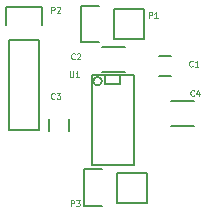
<source format=gbr>
G04 #@! TF.FileFunction,Legend,Top*
%FSLAX46Y46*%
G04 Gerber Fmt 4.6, Leading zero omitted, Abs format (unit mm)*
G04 Created by KiCad (PCBNEW 0.201506122246+5743~23~ubuntu14.10.1-product) date Sat 13 Jun 2015 11:54:28 PM EDT*
%MOMM*%
G01*
G04 APERTURE LIST*
%ADD10C,0.100000*%
%ADD11C,0.150000*%
%ADD12R,1.000000X1.250000*%
%ADD13R,1.000000X1.600000*%
%ADD14R,1.250000X1.000000*%
%ADD15R,2.032000X2.032000*%
%ADD16O,2.032000X2.032000*%
%ADD17R,2.032000X1.727200*%
%ADD18O,2.032000X1.727200*%
%ADD19R,1.270000X0.406400*%
G04 APERTURE END LIST*
D10*
D11*
X169156000Y-115329600D02*
X168156000Y-115329600D01*
X168156000Y-117029600D02*
X169156000Y-117029600D01*
X163274500Y-116658500D02*
X165274500Y-116658500D01*
X165274500Y-114608500D02*
X163274500Y-114608500D01*
X160552500Y-121658000D02*
X160552500Y-120658000D01*
X158852500Y-120658000D02*
X158852500Y-121658000D01*
X171116500Y-119180500D02*
X169116500Y-119180500D01*
X169116500Y-121230500D02*
X171116500Y-121230500D01*
X164338000Y-111353600D02*
X166878000Y-111353600D01*
X161518000Y-111073600D02*
X163068000Y-111073600D01*
X164338000Y-111353600D02*
X164338000Y-113893600D01*
X163068000Y-114173600D02*
X161518000Y-114173600D01*
X161518000Y-114173600D02*
X161518000Y-111073600D01*
X164338000Y-113893600D02*
X166878000Y-113893600D01*
X166878000Y-113893600D02*
X166878000Y-111353600D01*
X155448000Y-113982500D02*
X155448000Y-121602500D01*
X157988000Y-113982500D02*
X157988000Y-121602500D01*
X158268000Y-111162500D02*
X158268000Y-112712500D01*
X155448000Y-121602500D02*
X157988000Y-121602500D01*
X157988000Y-113982500D02*
X155448000Y-113982500D01*
X155168000Y-112712500D02*
X155168000Y-111162500D01*
X155168000Y-111162500D02*
X158268000Y-111162500D01*
X164592000Y-125222000D02*
X167132000Y-125222000D01*
X161772000Y-124942000D02*
X163322000Y-124942000D01*
X164592000Y-125222000D02*
X164592000Y-127762000D01*
X163322000Y-128042000D02*
X161772000Y-128042000D01*
X161772000Y-128042000D02*
X161772000Y-124942000D01*
X164592000Y-127762000D02*
X167132000Y-127762000D01*
X167132000Y-127762000D02*
X167132000Y-125222000D01*
X165989000Y-124587000D02*
X165989000Y-116967000D01*
X162433000Y-116967000D02*
X162433000Y-124587000D01*
X165989000Y-124587000D02*
X162433000Y-124587000D01*
X162433000Y-116967000D02*
X165989000Y-116967000D01*
X163300210Y-117475000D02*
G75*
G03X163300210Y-117475000I-359210J0D01*
G01*
X164846000Y-116967000D02*
X164846000Y-117729000D01*
X164846000Y-117729000D02*
X163576000Y-117729000D01*
X163576000Y-117729000D02*
X163576000Y-116967000D01*
D10*
X170985667Y-116193071D02*
X170961857Y-116216881D01*
X170890429Y-116240690D01*
X170842810Y-116240690D01*
X170771381Y-116216881D01*
X170723762Y-116169262D01*
X170699953Y-116121643D01*
X170676143Y-116026405D01*
X170676143Y-115954976D01*
X170699953Y-115859738D01*
X170723762Y-115812119D01*
X170771381Y-115764500D01*
X170842810Y-115740690D01*
X170890429Y-115740690D01*
X170961857Y-115764500D01*
X170985667Y-115788310D01*
X171461857Y-116240690D02*
X171176143Y-116240690D01*
X171319000Y-116240690D02*
X171319000Y-115740690D01*
X171271381Y-115812119D01*
X171223762Y-115859738D01*
X171176143Y-115883548D01*
X161016167Y-115558071D02*
X160992357Y-115581881D01*
X160920929Y-115605690D01*
X160873310Y-115605690D01*
X160801881Y-115581881D01*
X160754262Y-115534262D01*
X160730453Y-115486643D01*
X160706643Y-115391405D01*
X160706643Y-115319976D01*
X160730453Y-115224738D01*
X160754262Y-115177119D01*
X160801881Y-115129500D01*
X160873310Y-115105690D01*
X160920929Y-115105690D01*
X160992357Y-115129500D01*
X161016167Y-115153310D01*
X161206643Y-115153310D02*
X161230453Y-115129500D01*
X161278072Y-115105690D01*
X161397119Y-115105690D01*
X161444738Y-115129500D01*
X161468548Y-115153310D01*
X161492357Y-115200929D01*
X161492357Y-115248548D01*
X161468548Y-115319976D01*
X161182834Y-115605690D01*
X161492357Y-115605690D01*
X159301667Y-118923571D02*
X159277857Y-118947381D01*
X159206429Y-118971190D01*
X159158810Y-118971190D01*
X159087381Y-118947381D01*
X159039762Y-118899762D01*
X159015953Y-118852143D01*
X158992143Y-118756905D01*
X158992143Y-118685476D01*
X159015953Y-118590238D01*
X159039762Y-118542619D01*
X159087381Y-118495000D01*
X159158810Y-118471190D01*
X159206429Y-118471190D01*
X159277857Y-118495000D01*
X159301667Y-118518810D01*
X159468334Y-118471190D02*
X159777857Y-118471190D01*
X159611191Y-118661667D01*
X159682619Y-118661667D01*
X159730238Y-118685476D01*
X159754048Y-118709286D01*
X159777857Y-118756905D01*
X159777857Y-118875952D01*
X159754048Y-118923571D01*
X159730238Y-118947381D01*
X159682619Y-118971190D01*
X159539762Y-118971190D01*
X159492143Y-118947381D01*
X159468334Y-118923571D01*
X171112667Y-118669571D02*
X171088857Y-118693381D01*
X171017429Y-118717190D01*
X170969810Y-118717190D01*
X170898381Y-118693381D01*
X170850762Y-118645762D01*
X170826953Y-118598143D01*
X170803143Y-118502905D01*
X170803143Y-118431476D01*
X170826953Y-118336238D01*
X170850762Y-118288619D01*
X170898381Y-118241000D01*
X170969810Y-118217190D01*
X171017429Y-118217190D01*
X171088857Y-118241000D01*
X171112667Y-118264810D01*
X171541238Y-118383857D02*
X171541238Y-118717190D01*
X171422191Y-118193381D02*
X171303143Y-118550524D01*
X171612667Y-118550524D01*
X167270953Y-112113190D02*
X167270953Y-111613190D01*
X167461429Y-111613190D01*
X167509048Y-111637000D01*
X167532857Y-111660810D01*
X167556667Y-111708429D01*
X167556667Y-111779857D01*
X167532857Y-111827476D01*
X167509048Y-111851286D01*
X167461429Y-111875095D01*
X167270953Y-111875095D01*
X168032857Y-112113190D02*
X167747143Y-112113190D01*
X167890000Y-112113190D02*
X167890000Y-111613190D01*
X167842381Y-111684619D01*
X167794762Y-111732238D01*
X167747143Y-111756048D01*
X159015953Y-111668690D02*
X159015953Y-111168690D01*
X159206429Y-111168690D01*
X159254048Y-111192500D01*
X159277857Y-111216310D01*
X159301667Y-111263929D01*
X159301667Y-111335357D01*
X159277857Y-111382976D01*
X159254048Y-111406786D01*
X159206429Y-111430595D01*
X159015953Y-111430595D01*
X159492143Y-111216310D02*
X159515953Y-111192500D01*
X159563572Y-111168690D01*
X159682619Y-111168690D01*
X159730238Y-111192500D01*
X159754048Y-111216310D01*
X159777857Y-111263929D01*
X159777857Y-111311548D01*
X159754048Y-111382976D01*
X159468334Y-111668690D01*
X159777857Y-111668690D01*
X160666953Y-128051690D02*
X160666953Y-127551690D01*
X160857429Y-127551690D01*
X160905048Y-127575500D01*
X160928857Y-127599310D01*
X160952667Y-127646929D01*
X160952667Y-127718357D01*
X160928857Y-127765976D01*
X160905048Y-127789786D01*
X160857429Y-127813595D01*
X160666953Y-127813595D01*
X161119334Y-127551690D02*
X161428857Y-127551690D01*
X161262191Y-127742167D01*
X161333619Y-127742167D01*
X161381238Y-127765976D01*
X161405048Y-127789786D01*
X161428857Y-127837405D01*
X161428857Y-127956452D01*
X161405048Y-128004071D01*
X161381238Y-128027881D01*
X161333619Y-128051690D01*
X161190762Y-128051690D01*
X161143143Y-128027881D01*
X161119334Y-128004071D01*
X160591548Y-116629690D02*
X160591548Y-117034452D01*
X160615357Y-117082071D01*
X160639167Y-117105881D01*
X160686786Y-117129690D01*
X160782024Y-117129690D01*
X160829643Y-117105881D01*
X160853452Y-117082071D01*
X160877262Y-117034452D01*
X160877262Y-116629690D01*
X161377262Y-117129690D02*
X161091548Y-117129690D01*
X161234405Y-117129690D02*
X161234405Y-116629690D01*
X161186786Y-116701119D01*
X161139167Y-116748738D01*
X161091548Y-116772548D01*
%LPC*%
D12*
X167656000Y-116179600D03*
X169656000Y-116179600D03*
D13*
X165774500Y-115633500D03*
X162774500Y-115633500D03*
D14*
X159702500Y-120158000D03*
X159702500Y-122158000D03*
D13*
X168616500Y-120205500D03*
X171616500Y-120205500D03*
D15*
X163068000Y-112623600D03*
D16*
X165608000Y-112623600D03*
D17*
X156718000Y-112712500D03*
D18*
X156718000Y-115252500D03*
X156718000Y-117792500D03*
X156718000Y-120332500D03*
D15*
X163322000Y-126492000D03*
D16*
X165862000Y-126492000D03*
D19*
X161544000Y-117856000D03*
X161544000Y-118491000D03*
X161544000Y-119151400D03*
X161544000Y-119811800D03*
X161544000Y-120446800D03*
X161544000Y-121107200D03*
X161544000Y-121767600D03*
X161544000Y-122402600D03*
X161544000Y-123063000D03*
X161544000Y-123698000D03*
X166878000Y-123698000D03*
X166878000Y-123063000D03*
X166878000Y-122402600D03*
X166878000Y-121767600D03*
X166878000Y-121107200D03*
X166878000Y-120446800D03*
X166878000Y-119811800D03*
X166878000Y-119151400D03*
X166878000Y-118491000D03*
X166878000Y-117856000D03*
M02*

</source>
